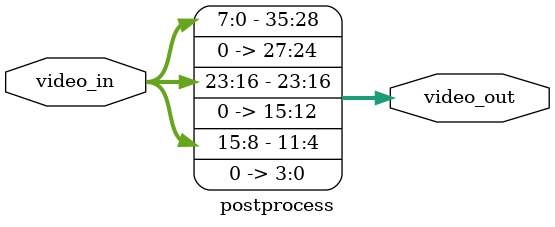
<source format=v>
`timescale 1ns / 1ps


module postprocess(
    input [23:0] video_in,
    output [35:0] video_out
    );
assign video_out = {video_in[7:0], 4'b0000, video_in[23:16], 4'b0000, video_in[15:8], 4'b0000};

endmodule

</source>
